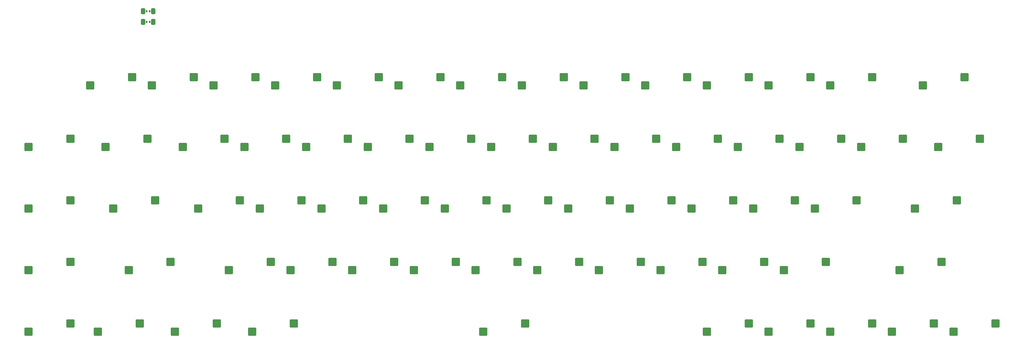
<source format=gbr>
G04 #@! TF.GenerationSoftware,KiCad,Pcbnew,7.0.7*
G04 #@! TF.CreationDate,2023-09-04T20:15:39-04:00*
G04 #@! TF.ProjectId,MainBoard,4d61696e-426f-4617-9264-2e6b69636164,rev?*
G04 #@! TF.SameCoordinates,Original*
G04 #@! TF.FileFunction,Paste,Bot*
G04 #@! TF.FilePolarity,Positive*
%FSLAX46Y46*%
G04 Gerber Fmt 4.6, Leading zero omitted, Abs format (unit mm)*
G04 Created by KiCad (PCBNEW 7.0.7) date 2023-09-04 20:15:39*
%MOMM*%
%LPD*%
G01*
G04 APERTURE LIST*
G04 Aperture macros list*
%AMRoundRect*
0 Rectangle with rounded corners*
0 $1 Rounding radius*
0 $2 $3 $4 $5 $6 $7 $8 $9 X,Y pos of 4 corners*
0 Add a 4 corners polygon primitive as box body*
4,1,4,$2,$3,$4,$5,$6,$7,$8,$9,$2,$3,0*
0 Add four circle primitives for the rounded corners*
1,1,$1+$1,$2,$3*
1,1,$1+$1,$4,$5*
1,1,$1+$1,$6,$7*
1,1,$1+$1,$8,$9*
0 Add four rect primitives between the rounded corners*
20,1,$1+$1,$2,$3,$4,$5,0*
20,1,$1+$1,$4,$5,$6,$7,0*
20,1,$1+$1,$6,$7,$8,$9,0*
20,1,$1+$1,$8,$9,$2,$3,0*%
G04 Aperture macros list end*
%ADD10RoundRect,0.250000X0.412500X0.650000X-0.412500X0.650000X-0.412500X-0.650000X0.412500X-0.650000X0*%
%ADD11RoundRect,0.140000X0.140000X0.170000X-0.140000X0.170000X-0.140000X-0.170000X0.140000X-0.170000X0*%
%ADD12RoundRect,0.250000X1.025000X1.000000X-1.025000X1.000000X-1.025000X-1.000000X1.025000X-1.000000X0*%
G04 APERTURE END LIST*
D10*
X42964500Y-27330400D03*
D11*
X41882000Y-27330400D03*
X40922000Y-27330400D03*
D10*
X39839500Y-27330400D03*
X42964500Y-23980400D03*
D11*
X41882000Y-23980400D03*
X40922000Y-23980400D03*
D10*
X39839500Y-23980400D03*
D12*
X133027500Y-85085000D03*
X145954500Y-82545000D03*
X90165000Y-66035000D03*
X103092000Y-63495000D03*
X144933750Y-123184999D03*
X157860750Y-120644999D03*
X171127500Y-85085000D03*
X184054500Y-82545000D03*
X4440000Y-104134999D03*
X17367000Y-101594999D03*
X209227500Y-85085000D03*
X222154500Y-82545000D03*
X213990000Y-46985000D03*
X226917000Y-44445000D03*
X128265000Y-66035000D03*
X141192000Y-63495000D03*
X228277500Y-85085000D03*
X241204500Y-82545000D03*
X185415000Y-66035000D03*
X198342000Y-63495000D03*
X199702500Y-104134999D03*
X212629500Y-101594999D03*
X71115000Y-66035000D03*
X84042000Y-63495000D03*
X109215000Y-66035000D03*
X122142000Y-63495000D03*
X85402500Y-104134999D03*
X98329500Y-101594999D03*
X252090000Y-46985000D03*
X265017000Y-44445000D03*
X261615000Y-66035000D03*
X274542000Y-63495000D03*
X278283750Y-85085000D03*
X291210750Y-82545000D03*
X73496250Y-123184999D03*
X86423250Y-120644999D03*
X213990000Y-123184999D03*
X226917000Y-120644999D03*
X49683750Y-123184999D03*
X62610750Y-120644999D03*
X23490000Y-46985000D03*
X36417000Y-44445000D03*
X252090000Y-123184999D03*
X265017000Y-120644999D03*
X30633750Y-85085000D03*
X43560750Y-82545000D03*
X247327500Y-85085000D03*
X260254500Y-82545000D03*
X271140000Y-123184999D03*
X284067000Y-120644999D03*
X25871249Y-123184999D03*
X38798249Y-120644999D03*
X161602500Y-104134999D03*
X174529500Y-101594999D03*
X118739999Y-46985000D03*
X131666999Y-44445000D03*
X123502500Y-104134999D03*
X136429500Y-101594999D03*
X233040000Y-46985000D03*
X245967000Y-44445000D03*
X52065000Y-66035000D03*
X64992000Y-63495000D03*
X42540000Y-46985000D03*
X55467000Y-44445000D03*
X175890000Y-46985000D03*
X188817000Y-44445000D03*
X237802500Y-104134999D03*
X250729500Y-101594999D03*
X273521250Y-104134999D03*
X286448250Y-101594999D03*
X4440000Y-123184999D03*
X17367000Y-120644999D03*
X4440000Y-85085000D03*
X17367000Y-82545000D03*
X218752500Y-104134999D03*
X231679500Y-101594999D03*
X156840000Y-46985000D03*
X169767000Y-44445000D03*
X285427500Y-66035000D03*
X298354500Y-63495000D03*
X94927500Y-85085000D03*
X107854500Y-82545000D03*
X190177500Y-85085000D03*
X203104500Y-82545000D03*
X233040000Y-123184999D03*
X245967000Y-120644999D03*
X4440000Y-66035000D03*
X17367000Y-63495000D03*
X166365000Y-66035000D03*
X179292000Y-63495000D03*
X290190000Y-123184999D03*
X303117000Y-120644999D03*
X280665000Y-46985000D03*
X293592000Y-44445000D03*
X242565000Y-66035000D03*
X255492000Y-63495000D03*
X56827500Y-85085000D03*
X69754500Y-82545000D03*
X75877500Y-85085000D03*
X88804500Y-82545000D03*
X147315000Y-66035000D03*
X160242000Y-63495000D03*
X61590000Y-46985000D03*
X74517000Y-44445000D03*
X80640000Y-46985000D03*
X93567000Y-44445000D03*
X28252500Y-66035000D03*
X41179500Y-63495000D03*
X99689999Y-46985000D03*
X112616999Y-44445000D03*
X194940000Y-46985000D03*
X207867000Y-44445000D03*
X66352500Y-104134999D03*
X79279500Y-101594999D03*
X35396250Y-104134999D03*
X48323250Y-101594999D03*
X113977500Y-85085000D03*
X126904500Y-82545000D03*
X223515000Y-66035000D03*
X236442000Y-63495000D03*
X137790000Y-46985000D03*
X150717000Y-44445000D03*
X104452500Y-104134999D03*
X117379500Y-101594999D03*
X204465000Y-66035000D03*
X217392000Y-63495000D03*
X180652500Y-104134999D03*
X193579500Y-101594999D03*
X142552500Y-104134999D03*
X155479500Y-101594999D03*
X152077500Y-85085000D03*
X165004500Y-82545000D03*
M02*

</source>
